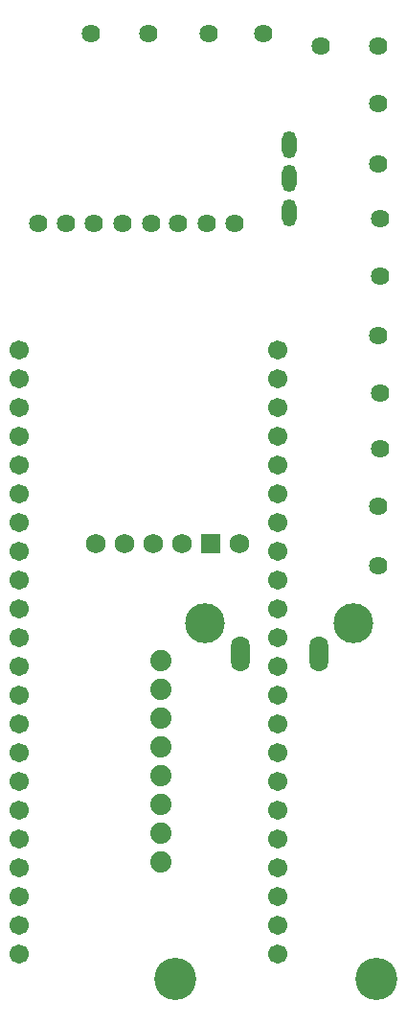
<source format=gts>
G04 Layer: TopSolderMaskLayer*
G04 EasyEDA v6.5.51, 2026-01-27 03:17:30*
G04 77339762291546cc9e75e89c24e87ab3,64650944e1e6431b8ca2675abf886f56,10*
G04 Gerber Generator version 0.2*
G04 Scale: 100 percent, Rotated: No, Reflected: No *
G04 Dimensions in millimeters *
G04 leading zeros omitted , absolute positions ,4 integer and 5 decimal *
%FSLAX45Y45*%
%MOMM*%

%AMMACRO1*4,1,8,-0.8463,-0.876,-0.876,-0.8461,-0.876,0.8463,-0.8463,0.876,0.8461,0.876,0.876,0.8463,0.876,-0.8461,0.8461,-0.876,-0.8463,-0.876,0*%
%ADD10O,1.301598X2.401595*%
%ADD11C,1.6256*%
%ADD12C,1.7016*%
%ADD13C,1.7516*%
%ADD14MACRO1*%
%ADD15C,1.7520*%
%ADD16C,3.7191*%
%ADD17C,0.0112*%
%ADD18O,1.66116X3.11912*%
%ADD19C,3.5192*%
%ADD20C,1.8796*%

%LPD*%
D10*
G01*
X3276600Y3497300D03*
G01*
X3276600Y3797300D03*
G01*
X3276600Y4097299D03*
D11*
G01*
X1302664Y3403600D03*
G01*
X1551203Y3403600D03*
G01*
X1799767Y3403600D03*
G01*
X2057400Y3403600D03*
G01*
X2296896Y3403600D03*
G01*
X2545435Y3403600D03*
G01*
X2794000Y3403600D03*
G01*
X1054100Y3403600D03*
D12*
G01*
X889000Y2285997D03*
G01*
X889000Y2031997D03*
G01*
X889000Y1777997D03*
G01*
X889000Y1523997D03*
G01*
X889000Y1269997D03*
G01*
X889000Y1015997D03*
G01*
X889000Y761997D03*
G01*
X889000Y507997D03*
G01*
X889000Y253997D03*
G01*
X889000Y-2D03*
G01*
X889000Y-254002D03*
G01*
X889000Y-508002D03*
G01*
X889000Y-762002D03*
G01*
X889000Y-1016002D03*
G01*
X889000Y-1270002D03*
G01*
X889000Y-1524002D03*
G01*
X889000Y-1778002D03*
G01*
X889000Y-2032002D03*
G01*
X889000Y-2286002D03*
G01*
X889000Y-2540002D03*
G01*
X889000Y-2794002D03*
G01*
X889000Y-3048002D03*
G01*
X3175000Y-3048002D03*
G01*
X3175000Y-2794002D03*
G01*
X3175000Y-2540002D03*
G01*
X3175000Y-2286002D03*
G01*
X3175000Y-2032002D03*
G01*
X3175000Y-1778002D03*
G01*
X3175000Y-1524002D03*
G01*
X3175000Y-1270002D03*
G01*
X3175000Y-1016002D03*
G01*
X3175000Y-762002D03*
G01*
X3175000Y-508002D03*
G01*
X3175000Y-254002D03*
G01*
X3175000Y-2D03*
G01*
X3175000Y253997D03*
G01*
X3175000Y507997D03*
G01*
X3175000Y761997D03*
G01*
X3175000Y1015997D03*
G01*
X3175000Y1269997D03*
G01*
X3175000Y1523997D03*
G01*
X3175000Y1777997D03*
G01*
X3175000Y2031997D03*
G01*
X3175000Y2285997D03*
D13*
G01*
X1562354Y571245D03*
G01*
X1816354Y571245D03*
G01*
X2070100Y571754D03*
G01*
X2324100Y570992D03*
D14*
G01*
X2578100Y570992D03*
D15*
G01*
X2832100Y571500D03*
D16*
G01*
X4046702Y-3265296D03*
G01*
X2268702Y-3265296D03*
D18*
G01*
X2839440Y-399414D03*
G01*
X3539439Y-399414D03*
D19*
G01*
X2532456Y-128396D03*
G01*
X3846449Y-128396D03*
D20*
G01*
X2141702Y-2236596D03*
G01*
X2141702Y-1982596D03*
G01*
X2141702Y-1728596D03*
G01*
X2141702Y-1474596D03*
G01*
X2141702Y-1220596D03*
G01*
X2141702Y-966596D03*
G01*
X2141702Y-712596D03*
G01*
X2141702Y-458596D03*
D11*
G01*
X1524002Y5079997D03*
G01*
X2032002Y5079997D03*
G01*
X2565402Y5079997D03*
G01*
X3048002Y5079997D03*
G01*
X3556002Y4965697D03*
G01*
X4064002Y4965697D03*
G01*
X4064002Y4457697D03*
G01*
X4064002Y3924297D03*
G01*
X4076702Y3441697D03*
G01*
X4076702Y2933697D03*
G01*
X4064002Y2412997D03*
G01*
X4064002Y2412997D03*
G01*
X4076702Y1904997D03*
G01*
X4076702Y1409697D03*
G01*
X4064002Y901697D03*
G01*
X4064002Y380997D03*
M02*

</source>
